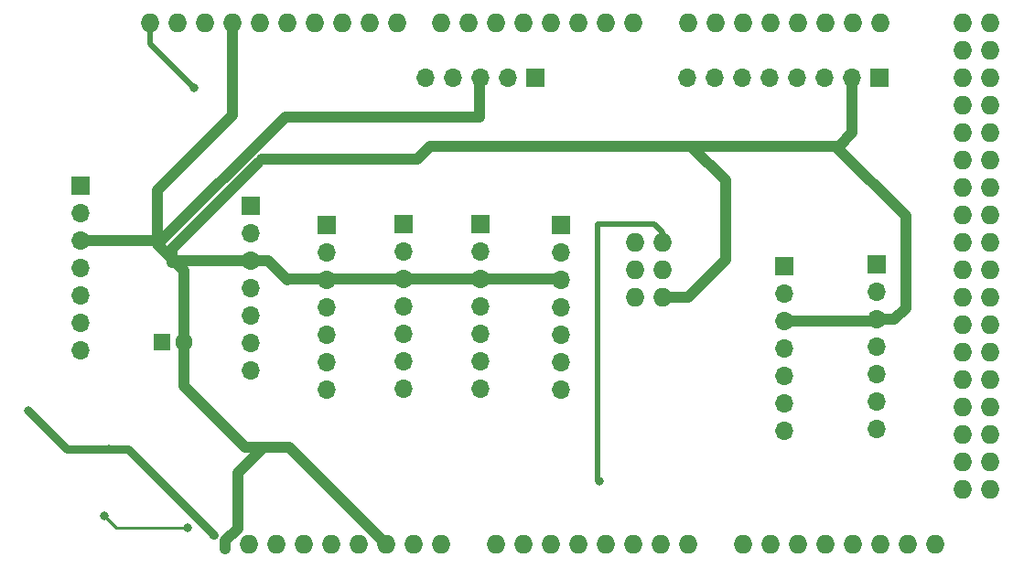
<source format=gbr>
%TF.GenerationSoftware,KiCad,Pcbnew,(5.1.10)-1*%
%TF.CreationDate,2022-02-23T23:36:43+01:00*%
%TF.ProjectId,E-nose,452d6e6f-7365-42e6-9b69-6361645f7063,rev?*%
%TF.SameCoordinates,Original*%
%TF.FileFunction,Copper,L1,Top*%
%TF.FilePolarity,Positive*%
%FSLAX46Y46*%
G04 Gerber Fmt 4.6, Leading zero omitted, Abs format (unit mm)*
G04 Created by KiCad (PCBNEW (5.1.10)-1) date 2022-02-23 23:36:43*
%MOMM*%
%LPD*%
G01*
G04 APERTURE LIST*
%TA.AperFunction,ComponentPad*%
%ADD10O,1.727200X1.727200*%
%TD*%
%TA.AperFunction,ComponentPad*%
%ADD11R,1.600000X1.600000*%
%TD*%
%TA.AperFunction,ComponentPad*%
%ADD12C,1.600000*%
%TD*%
%TA.AperFunction,ComponentPad*%
%ADD13R,1.700000X1.700000*%
%TD*%
%TA.AperFunction,ComponentPad*%
%ADD14O,1.700000X1.700000*%
%TD*%
%TA.AperFunction,ViaPad*%
%ADD15C,0.800000*%
%TD*%
%TA.AperFunction,Conductor*%
%ADD16C,1.000000*%
%TD*%
%TA.AperFunction,Conductor*%
%ADD17C,0.250000*%
%TD*%
%TA.AperFunction,Conductor*%
%ADD18C,0.750000*%
%TD*%
%TA.AperFunction,Conductor*%
%ADD19C,0.500000*%
%TD*%
G04 APERTURE END LIST*
D10*
%TO.P,XA1,RST2*%
%TO.N,Net-(XA1-PadRST2)*%
X166179500Y-85140800D03*
%TO.P,XA1,GND4*%
%TO.N,GND*%
X168719500Y-85140800D03*
%TO.P,XA1,MOSI*%
%TO.N,Net-(XA1-PadMOSI)*%
X168719500Y-82600800D03*
%TO.P,XA1,SCK*%
%TO.N,Net-(XA1-PadSCK)*%
X166179500Y-82600800D03*
%TO.P,XA1,5V2*%
%TO.N,+5V*%
X168719500Y-80060800D03*
%TO.P,XA1,A0*%
%TO.N,Net-(XA1-PadA0)*%
X153352500Y-108000800D03*
%TO.P,XA1,VIN*%
%TO.N,Net-(XA1-PadVIN)*%
X148272500Y-108000800D03*
%TO.P,XA1,GND3*%
%TO.N,Net-(XA1-PadGND3)*%
X145732500Y-108000800D03*
%TO.P,XA1,GND2*%
%TO.N,GND*%
X143192500Y-108000800D03*
%TO.P,XA1,5V1*%
%TO.N,+5V*%
X140652500Y-108000800D03*
%TO.P,XA1,3V3*%
%TO.N,+3V3*%
X138112500Y-108000800D03*
%TO.P,XA1,RST1*%
%TO.N,Net-(XA1-PadRST1)*%
X135572500Y-108000800D03*
%TO.P,XA1,IORF*%
%TO.N,Net-(XA1-PadIORF)*%
X133032500Y-108000800D03*
%TO.P,XA1,D21*%
%TO.N,Net-(XA1-PadD21)*%
X188912500Y-59740800D03*
%TO.P,XA1,D20*%
%TO.N,Net-(XA1-PadD20)*%
X186372500Y-59740800D03*
%TO.P,XA1,D19*%
%TO.N,Net-(XA1-PadD19)*%
X183832500Y-59740800D03*
%TO.P,XA1,D18*%
%TO.N,Net-(XA1-PadD18)*%
X181292500Y-59740800D03*
%TO.P,XA1,D17*%
%TO.N,Net-(XA1-PadD17)*%
X178752500Y-59740800D03*
%TO.P,XA1,D16*%
%TO.N,Net-(XA1-PadD16)*%
X176212500Y-59740800D03*
%TO.P,XA1,D15*%
%TO.N,Net-(XA1-PadD15)*%
X173672500Y-59740800D03*
%TO.P,XA1,D14*%
%TO.N,Net-(XA1-PadD14)*%
X171132500Y-59740800D03*
%TO.P,XA1,D0*%
%TO.N,Net-(XA1-PadD0)*%
X166052500Y-59740800D03*
%TO.P,XA1,D1*%
%TO.N,Net-(XA1-PadD1)*%
X163512500Y-59740800D03*
%TO.P,XA1,D2*%
%TO.N,Net-(XA1-PadD2)*%
X160972500Y-59740800D03*
%TO.P,XA1,D3*%
%TO.N,Net-(XA1-PadD3)*%
X158432500Y-59740800D03*
%TO.P,XA1,D4*%
%TO.N,Net-(XA1-PadD4)*%
X155892500Y-59740800D03*
%TO.P,XA1,D5*%
%TO.N,Net-(XA1-PadD5)*%
X153352500Y-59740800D03*
%TO.P,XA1,D6*%
%TO.N,Net-(XA1-PadD6)*%
X150812500Y-59740800D03*
%TO.P,XA1,D7*%
%TO.N,Net-(XA1-PadD7)*%
X148272500Y-59740800D03*
%TO.P,XA1,GND1*%
%TO.N,GND*%
X128968500Y-59740800D03*
%TO.P,XA1,D8*%
%TO.N,Net-(XA1-PadD8)*%
X144208500Y-59740800D03*
%TO.P,XA1,D9*%
%TO.N,Net-(XA1-PadD9)*%
X141668500Y-59740800D03*
%TO.P,XA1,D10*%
%TO.N,Net-(XA1-PadD10)*%
X139128500Y-59740800D03*
%TO.P,XA1,SCL*%
%TO.N,I2C_CLK*%
X121348500Y-59740800D03*
%TO.P,XA1,SDA*%
%TO.N,I2C_DATA*%
X123888500Y-59740800D03*
%TO.P,XA1,AREF*%
%TO.N,Net-(XA1-PadAREF)*%
X126428500Y-59740800D03*
%TO.P,XA1,D13*%
%TO.N,Net-(XA1-PadD13)*%
X131508500Y-59740800D03*
%TO.P,XA1,D12*%
%TO.N,Net-(XA1-PadD12)*%
X134048500Y-59740800D03*
%TO.P,XA1,D11*%
%TO.N,Net-(XA1-PadD11)*%
X136588500Y-59740800D03*
%TO.P,XA1,*%
%TO.N,*%
X130492500Y-108000800D03*
%TO.P,XA1,A1*%
%TO.N,Net-(XA1-PadA1)*%
X155892500Y-108000800D03*
%TO.P,XA1,A2*%
%TO.N,Net-(XA1-PadA2)*%
X158432500Y-108000800D03*
%TO.P,XA1,A3*%
%TO.N,Net-(XA1-PadA3)*%
X160972500Y-108000800D03*
%TO.P,XA1,A4*%
%TO.N,Net-(XA1-PadA4)*%
X163512500Y-108000800D03*
%TO.P,XA1,A5*%
%TO.N,Net-(XA1-PadA5)*%
X166052500Y-108000800D03*
%TO.P,XA1,A6*%
%TO.N,Net-(XA1-PadA6)*%
X168592500Y-108000800D03*
%TO.P,XA1,A7*%
%TO.N,Net-(XA1-PadA7)*%
X171132500Y-108000800D03*
%TO.P,XA1,A8*%
%TO.N,Net-(XA1-PadA8)*%
X176212500Y-108000800D03*
%TO.P,XA1,A9*%
%TO.N,Net-(XA1-PadA9)*%
X178752500Y-108000800D03*
%TO.P,XA1,A10*%
%TO.N,Net-(XA1-PadA10)*%
X181292500Y-108000800D03*
%TO.P,XA1,A11*%
%TO.N,Net-(XA1-PadA11)*%
X183832500Y-108000800D03*
%TO.P,XA1,A12*%
%TO.N,Net-(XA1-PadA12)*%
X186372500Y-108000800D03*
%TO.P,XA1,A13*%
%TO.N,Net-(XA1-PadA13)*%
X188912500Y-108000800D03*
%TO.P,XA1,A14*%
%TO.N,Net-(XA1-PadA14)*%
X191452500Y-108000800D03*
%TO.P,XA1,A15*%
%TO.N,Net-(XA1-PadA15)*%
X193992500Y-108000800D03*
%TO.P,XA1,5V3*%
%TO.N,Net-(XA1-Pad5V3)*%
X196532500Y-59740800D03*
%TO.P,XA1,5V4*%
%TO.N,Net-(XA1-Pad5V4)*%
X199072500Y-59740800D03*
%TO.P,XA1,D22*%
%TO.N,Net-(XA1-PadD22)*%
X196532500Y-62280800D03*
%TO.P,XA1,D23*%
%TO.N,Net-(XA1-PadD23)*%
X199072500Y-62280800D03*
%TO.P,XA1,D24*%
%TO.N,Net-(XA1-PadD24)*%
X196532500Y-64820800D03*
%TO.P,XA1,D25*%
%TO.N,Net-(XA1-PadD25)*%
X199072500Y-64820800D03*
%TO.P,XA1,D26*%
%TO.N,Net-(XA1-PadD26)*%
X196532500Y-67360800D03*
%TO.P,XA1,D27*%
%TO.N,Net-(XA1-PadD27)*%
X199072500Y-67360800D03*
%TO.P,XA1,D28*%
%TO.N,Net-(XA1-PadD28)*%
X196532500Y-69900800D03*
%TO.P,XA1,D29*%
%TO.N,Net-(XA1-PadD29)*%
X199072500Y-69900800D03*
%TO.P,XA1,D30*%
%TO.N,Net-(XA1-PadD30)*%
X196532500Y-72440800D03*
%TO.P,XA1,D31*%
%TO.N,Net-(XA1-PadD31)*%
X199072500Y-72440800D03*
%TO.P,XA1,D32*%
%TO.N,Net-(XA1-PadD32)*%
X196532500Y-74980800D03*
%TO.P,XA1,D33*%
%TO.N,Net-(XA1-PadD33)*%
X199072500Y-74980800D03*
%TO.P,XA1,D34*%
%TO.N,Net-(XA1-PadD34)*%
X196532500Y-77520800D03*
%TO.P,XA1,D35*%
%TO.N,Net-(XA1-PadD35)*%
X199072500Y-77520800D03*
%TO.P,XA1,D36*%
%TO.N,Net-(XA1-PadD36)*%
X196532500Y-80060800D03*
%TO.P,XA1,D37*%
%TO.N,Net-(XA1-PadD37)*%
X199072500Y-80060800D03*
%TO.P,XA1,D38*%
%TO.N,Net-(XA1-PadD38)*%
X196532500Y-82600800D03*
%TO.P,XA1,D39*%
%TO.N,Net-(XA1-PadD39)*%
X199072500Y-82600800D03*
%TO.P,XA1,D40*%
%TO.N,Net-(XA1-PadD40)*%
X196532500Y-85140800D03*
%TO.P,XA1,D41*%
%TO.N,Net-(XA1-PadD41)*%
X199072500Y-85140800D03*
%TO.P,XA1,D42*%
%TO.N,Net-(XA1-PadD42)*%
X196532500Y-87680800D03*
%TO.P,XA1,D43*%
%TO.N,Net-(XA1-PadD43)*%
X199072500Y-87680800D03*
%TO.P,XA1,D44*%
%TO.N,Net-(XA1-PadD44)*%
X196532500Y-90220800D03*
%TO.P,XA1,D45*%
%TO.N,Net-(XA1-PadD45)*%
X199072500Y-90220800D03*
%TO.P,XA1,D46*%
%TO.N,Net-(XA1-PadD46)*%
X196532500Y-92760800D03*
%TO.P,XA1,D47*%
%TO.N,Net-(XA1-PadD47)*%
X199072500Y-92760800D03*
%TO.P,XA1,D48*%
%TO.N,Net-(XA1-PadD48)*%
X196532500Y-95300800D03*
%TO.P,XA1,D49*%
%TO.N,Net-(XA1-PadD49)*%
X199072500Y-95300800D03*
%TO.P,XA1,D50*%
%TO.N,Net-(XA1-PadD50)*%
X196532500Y-97840800D03*
%TO.P,XA1,D51*%
%TO.N,Net-(XA1-PadD51)*%
X199072500Y-97840800D03*
%TO.P,XA1,D52*%
%TO.N,Net-(XA1-PadD52)*%
X196532500Y-100380800D03*
%TO.P,XA1,D53*%
%TO.N,Net-(XA1-PadD53)*%
X199072500Y-100380800D03*
%TO.P,XA1,GND5*%
%TO.N,Net-(XA1-PadGND5)*%
X196532500Y-102920800D03*
%TO.P,XA1,GND6*%
%TO.N,Net-(XA1-PadGND6)*%
X199072500Y-102920800D03*
%TO.P,XA1,MISO*%
%TO.N,Net-(XA1-PadMISO)*%
X166179500Y-80060800D03*
%TD*%
D11*
%TO.P,C1,1*%
%TO.N,VCC*%
X122466100Y-89230200D03*
D12*
%TO.P,C1,2*%
%TO.N,GND*%
X124466100Y-89230200D03*
%TD*%
D13*
%TO.P,MD1,1*%
%TO.N,VCC*%
X114896900Y-74752200D03*
D14*
%TO.P,MD1,2*%
%TO.N,Net-(JP5-Pad1)*%
X114896900Y-77292200D03*
%TO.P,MD1,3*%
%TO.N,GND*%
X114896900Y-79832200D03*
%TO.P,MD1,4*%
%TO.N,SC7*%
X114896900Y-82372200D03*
%TO.P,MD1,5*%
%TO.N,Net-(MD1-Pad5)*%
X114896900Y-84912200D03*
%TO.P,MD1,6*%
%TO.N,SD7*%
X114896900Y-87452200D03*
%TO.P,MD1,7*%
%TO.N,Net-(MD1-Pad7)*%
X114896900Y-89992200D03*
%TD*%
%TO.P,MD2,7*%
%TO.N,Net-(MD2-Pad7)*%
X130657600Y-91909900D03*
%TO.P,MD2,6*%
%TO.N,SD6*%
X130657600Y-89369900D03*
%TO.P,MD2,5*%
%TO.N,Net-(MD2-Pad5)*%
X130657600Y-86829900D03*
%TO.P,MD2,4*%
%TO.N,SC6*%
X130657600Y-84289900D03*
%TO.P,MD2,3*%
%TO.N,GND*%
X130657600Y-81749900D03*
%TO.P,MD2,2*%
%TO.N,Net-(JP6-Pad1)*%
X130657600Y-79209900D03*
D13*
%TO.P,MD2,1*%
%TO.N,VCC*%
X130657600Y-76669900D03*
%TD*%
%TO.P,MD3,1*%
%TO.N,VCC*%
X137668000Y-78409800D03*
D14*
%TO.P,MD3,2*%
%TO.N,Net-(JP7-Pad1)*%
X137668000Y-80949800D03*
%TO.P,MD3,3*%
%TO.N,GND*%
X137668000Y-83489800D03*
%TO.P,MD3,4*%
%TO.N,SC0*%
X137668000Y-86029800D03*
%TO.P,MD3,5*%
%TO.N,Net-(MD3-Pad5)*%
X137668000Y-88569800D03*
%TO.P,MD3,6*%
%TO.N,SD0*%
X137668000Y-91109800D03*
%TO.P,MD3,7*%
%TO.N,Net-(MD3-Pad7)*%
X137668000Y-93649800D03*
%TD*%
D13*
%TO.P,MD4,1*%
%TO.N,VCC*%
X144792700Y-78346300D03*
D14*
%TO.P,MD4,2*%
%TO.N,Net-(JP8-Pad1)*%
X144792700Y-80886300D03*
%TO.P,MD4,3*%
%TO.N,GND*%
X144792700Y-83426300D03*
%TO.P,MD4,4*%
%TO.N,SC1*%
X144792700Y-85966300D03*
%TO.P,MD4,5*%
%TO.N,Net-(MD4-Pad5)*%
X144792700Y-88506300D03*
%TO.P,MD4,6*%
%TO.N,SD1*%
X144792700Y-91046300D03*
%TO.P,MD4,7*%
%TO.N,Net-(MD4-Pad7)*%
X144792700Y-93586300D03*
%TD*%
%TO.P,MD5,7*%
%TO.N,Net-(MD5-Pad7)*%
X151866600Y-93586300D03*
%TO.P,MD5,6*%
%TO.N,SD3*%
X151866600Y-91046300D03*
%TO.P,MD5,5*%
%TO.N,Net-(MD5-Pad5)*%
X151866600Y-88506300D03*
%TO.P,MD5,4*%
%TO.N,SC3*%
X151866600Y-85966300D03*
%TO.P,MD5,3*%
%TO.N,GND*%
X151866600Y-83426300D03*
%TO.P,MD5,2*%
%TO.N,Net-(JP9-Pad1)*%
X151866600Y-80886300D03*
D13*
%TO.P,MD5,1*%
%TO.N,VCC*%
X151866600Y-78346300D03*
%TD*%
%TO.P,MD6,1*%
%TO.N,VCC*%
X159308800Y-78397100D03*
D14*
%TO.P,MD6,2*%
%TO.N,Net-(JP10-Pad1)*%
X159308800Y-80937100D03*
%TO.P,MD6,3*%
%TO.N,GND*%
X159308800Y-83477100D03*
%TO.P,MD6,4*%
%TO.N,SC2*%
X159308800Y-86017100D03*
%TO.P,MD6,5*%
%TO.N,Net-(MD6-Pad5)*%
X159308800Y-88557100D03*
%TO.P,MD6,6*%
%TO.N,SD2*%
X159308800Y-91097100D03*
%TO.P,MD6,7*%
%TO.N,Net-(MD6-Pad7)*%
X159308800Y-93637100D03*
%TD*%
%TO.P,MD7,7*%
%TO.N,Net-(MD7-Pad7)*%
X179959000Y-97472500D03*
%TO.P,MD7,6*%
%TO.N,SD5*%
X179959000Y-94932500D03*
%TO.P,MD7,5*%
%TO.N,Net-(MD7-Pad5)*%
X179959000Y-92392500D03*
%TO.P,MD7,4*%
%TO.N,SC5*%
X179959000Y-89852500D03*
%TO.P,MD7,3*%
%TO.N,GND*%
X179959000Y-87312500D03*
%TO.P,MD7,2*%
%TO.N,Net-(JP11-Pad1)*%
X179959000Y-84772500D03*
D13*
%TO.P,MD7,1*%
%TO.N,VCC*%
X179959000Y-82232500D03*
%TD*%
%TO.P,MD8,1*%
%TO.N,VCC*%
X188556900Y-82080100D03*
D14*
%TO.P,MD8,2*%
%TO.N,Net-(JP12-Pad1)*%
X188556900Y-84620100D03*
%TO.P,MD8,3*%
%TO.N,GND*%
X188556900Y-87160100D03*
%TO.P,MD8,4*%
%TO.N,SC4*%
X188556900Y-89700100D03*
%TO.P,MD8,5*%
%TO.N,Net-(MD8-Pad5)*%
X188556900Y-92240100D03*
%TO.P,MD8,6*%
%TO.N,SD4*%
X188556900Y-94780100D03*
%TO.P,MD8,7*%
%TO.N,Net-(MD8-Pad7)*%
X188556900Y-97320100D03*
%TD*%
D13*
%TO.P,T1,1*%
%TO.N,VCC*%
X156959300Y-64782700D03*
D14*
%TO.P,T1,2*%
%TO.N,Net-(JP13-Pad1)*%
X154419300Y-64782700D03*
%TO.P,T1,3*%
%TO.N,GND*%
X151879300Y-64782700D03*
%TO.P,T1,4*%
%TO.N,I2C_CLK*%
X149339300Y-64782700D03*
%TO.P,T1,5*%
%TO.N,I2C_DATA*%
X146799300Y-64782700D03*
%TD*%
D13*
%TO.P,U3,1*%
%TO.N,VCC*%
X188785500Y-64782700D03*
D14*
%TO.P,U3,2*%
%TO.N,GND*%
X186245500Y-64782700D03*
%TO.P,U3,3*%
%TO.N,I2C_CLK*%
X183705500Y-64782700D03*
%TO.P,U3,4*%
%TO.N,I2C_DATA*%
X181165500Y-64782700D03*
%TO.P,U3,5*%
%TO.N,Net-(U3-Pad5)*%
X178625500Y-64782700D03*
%TO.P,U3,6*%
%TO.N,Net-(U3-Pad6)*%
X176085500Y-64782700D03*
%TO.P,U3,7*%
%TO.N,Net-(U3-Pad7)*%
X173545500Y-64782700D03*
%TO.P,U3,8*%
%TO.N,Net-(U3-Pad8)*%
X171005500Y-64782700D03*
%TD*%
D15*
%TO.N,+5V*%
X162877500Y-102171500D03*
%TO.N,Net-(JP4-Pad1)*%
X117068600Y-105346500D03*
X124828300Y-106464100D03*
%TO.N,VCC*%
X117487700Y-99161600D03*
X110096300Y-95643700D03*
%TO.N,GND*%
X131787900Y-98971100D03*
X128270000Y-108432600D03*
%TO.N,VCC*%
X127177800Y-107137200D03*
%TO.N,I2C_CLK*%
X125399800Y-65735200D03*
%TD*%
D16*
%TO.N,GND*%
X114896900Y-79832200D02*
X121602500Y-79832200D01*
X123520200Y-81749900D02*
X130657600Y-81749900D01*
X130657600Y-81749900D02*
X132270500Y-81749900D01*
X132270500Y-81749900D02*
X133997700Y-83477100D01*
X134048500Y-83426300D02*
X144792700Y-83426300D01*
D17*
X133997700Y-83477100D02*
X134048500Y-83426300D01*
X159258000Y-83426300D02*
X159308800Y-83477100D01*
D16*
X144792700Y-83426300D02*
X159258000Y-83426300D01*
D17*
X123387100Y-81616800D02*
X123329700Y-81559400D01*
X123329700Y-81559400D02*
X123520200Y-81749900D01*
X121602500Y-79832200D02*
X123329700Y-81559400D01*
X188404500Y-87312500D02*
X188556900Y-87160100D01*
D16*
X179959000Y-87312500D02*
X188404500Y-87312500D01*
X123387100Y-80638400D02*
X123387100Y-81934300D01*
D17*
X123387100Y-81934300D02*
X123387100Y-81616800D01*
X144373600Y-72364600D02*
X144221200Y-72364600D01*
X131660900Y-72364600D02*
X131311650Y-72713850D01*
D16*
X144221200Y-72364600D02*
X131660900Y-72364600D01*
X131311650Y-72713850D02*
X123387100Y-80638400D01*
D17*
X131470400Y-72555100D02*
X131311650Y-72713850D01*
D16*
X186245500Y-64782700D02*
X186245500Y-69913500D01*
X186245500Y-69913500D02*
X185039000Y-71120000D01*
X146024600Y-72364600D02*
X144373600Y-72364600D01*
X147269200Y-71120000D02*
X146024600Y-72364600D01*
X188556900Y-87160100D02*
X190182500Y-87160100D01*
X190182500Y-87160100D02*
X191223900Y-86118700D01*
X191223900Y-86118700D02*
X191223900Y-77609700D01*
X184734200Y-71120000D02*
X183603900Y-71120000D01*
X191223900Y-77609700D02*
X184734200Y-71120000D01*
D17*
X185039000Y-71120000D02*
X183603900Y-71120000D01*
D16*
X134162800Y-98971100D02*
X131787900Y-98971100D01*
X143192500Y-108000800D02*
X134162800Y-98971100D01*
X151803100Y-65214500D02*
X151803100Y-68427600D01*
D17*
X151879300Y-67995800D02*
X151447500Y-68427600D01*
D16*
X151447500Y-68427600D02*
X133845300Y-68427600D01*
X133845300Y-68427600D02*
X122034300Y-80238600D01*
X129413000Y-101346000D02*
X131787900Y-98971100D01*
X129413000Y-106184700D02*
X129413000Y-101346000D01*
X128968500Y-59740800D02*
X128968500Y-68275200D01*
X122034300Y-75209400D02*
X122034300Y-80238600D01*
X128968500Y-68275200D02*
X122034300Y-75209400D01*
X124466100Y-82670400D02*
X122034300Y-80238600D01*
X131787900Y-98971100D02*
X130098800Y-98971100D01*
X124466100Y-93338400D02*
X124466100Y-89230200D01*
X130098800Y-98971100D02*
X124466100Y-93338400D01*
X124466100Y-82670400D02*
X124466100Y-89230200D01*
D17*
X129413000Y-106184700D02*
X129413000Y-106514900D01*
D16*
X128270000Y-107657900D02*
X128270000Y-108432600D01*
X129413000Y-106514900D02*
X128270000Y-107657900D01*
X168719500Y-85140800D02*
X171069000Y-85140800D01*
X171069000Y-85140800D02*
X174548800Y-81661000D01*
X174548800Y-74320400D02*
X171348400Y-71120000D01*
X174548800Y-81661000D02*
X174548800Y-74320400D01*
X171348400Y-71120000D02*
X147269200Y-71120000D01*
X183603900Y-71120000D02*
X171348400Y-71120000D01*
D17*
%TO.N,Net-(JP4-Pad1)*%
X118186200Y-106464100D02*
X117068600Y-105346500D01*
X124828300Y-106464100D02*
X118186200Y-106464100D01*
D18*
%TO.N,VCC*%
X119265700Y-99161600D02*
X127234950Y-107130850D01*
X117487700Y-99161600D02*
X119265700Y-99161600D01*
X113614200Y-99161600D02*
X110096300Y-95643700D01*
X117487700Y-99161600D02*
X113614200Y-99161600D01*
D17*
%TO.N,+5V*%
X162725100Y-102019100D02*
X162877500Y-102171500D01*
D19*
X162725100Y-78371700D02*
X162725100Y-102019100D01*
X168719500Y-79082900D02*
X168008300Y-78371700D01*
X168008300Y-78371700D02*
X162725100Y-78371700D01*
D17*
X168719500Y-80060800D02*
X168719500Y-79082900D01*
D19*
%TO.N,I2C_CLK*%
X121348500Y-61683900D02*
X125399800Y-65735200D01*
X121348500Y-59740800D02*
X121348500Y-61683900D01*
%TD*%
M02*

</source>
